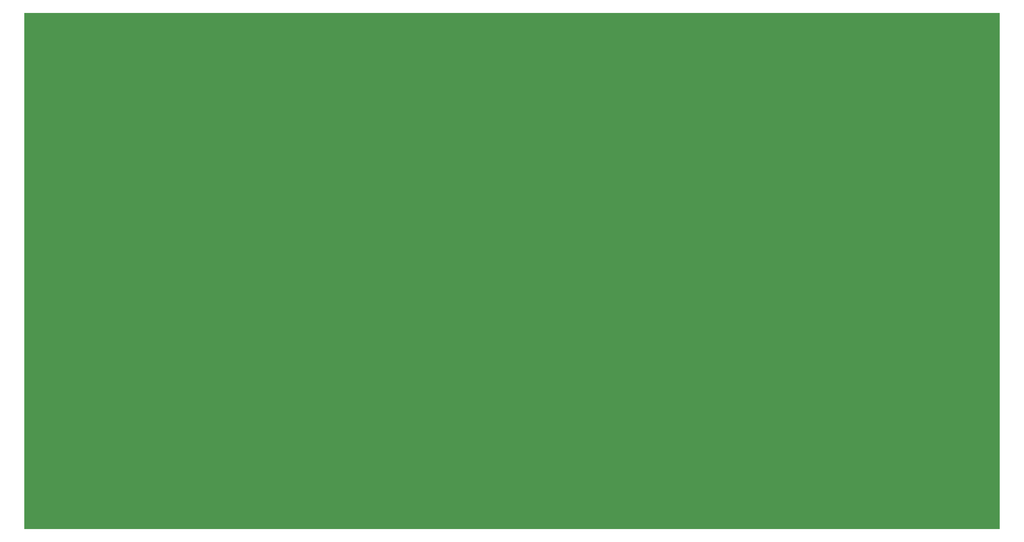
<source format=gbr>
G04 DipTrace 3.0.0.1*
G04 Board.gbr*
%MOMM*%
G04 #@! TF.FileFunction,Drawing,Board polygon*
G04 #@! TF.Part,Single*
%FSLAX35Y35*%
G04*
G71*
G90*
G75*
G01*
G04 BoardPoly*
%LPD*%
G36*
X0Y0D2*
Y13500000D1*
X25500000D1*
Y0D1*
X0D1*
G37*
M02*

</source>
